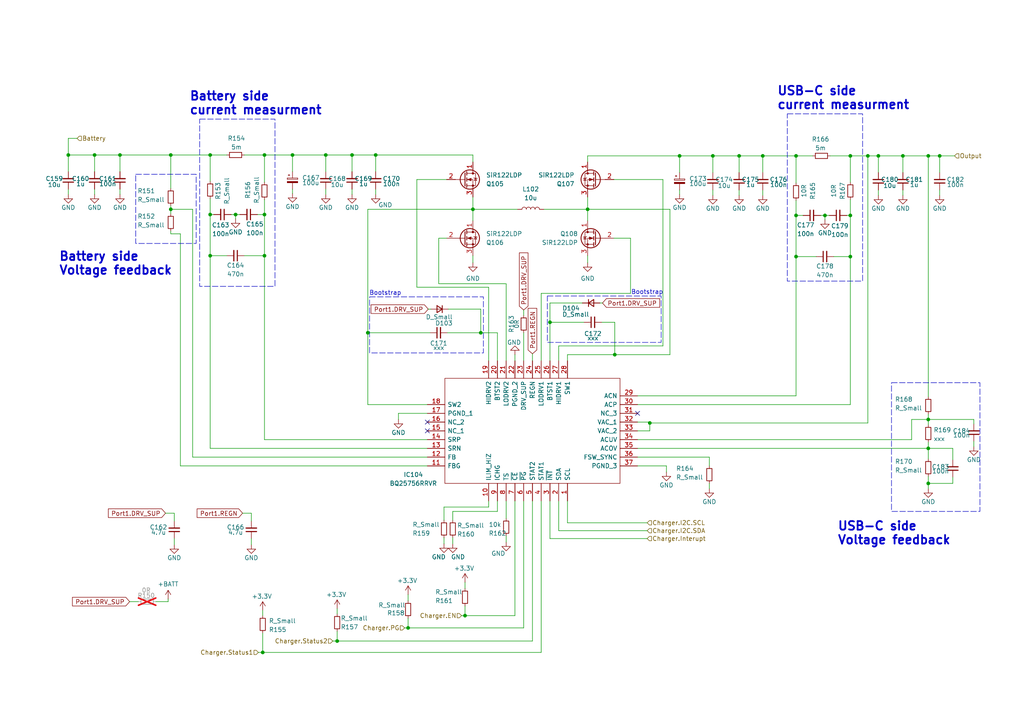
<source format=kicad_sch>
(kicad_sch (version 20231120) (generator "eeschema") (generator_version "8.0")
  (paper "A4")
  (lib_symbols
    (symbol "Device:C_Polarized_Small" (pin_numbers hide) (pin_names (offset 0.254) hide)
      (property "Reference" "C" (at 0.254 1.778 0))
      (property "Value" "C_Polarized_Small" (at 0.254 -2.032 0))
      (symbol "C_Polarized_Small_0_1"
        (rectangle (start -1.524 -0.3048) (end 1.524 -0.6858) (fill (type outline)))
        (rectangle (start -1.524 0.6858) (end 1.524 0.3048))
        (polyline (pts (xy -1.27 1.524) (xy -0.762 1.524)))
        (polyline (pts (xy -1.016 1.27) (xy -1.016 1.778)))
      )
      (symbol "C_Polarized_Small_1_1"
        (pin passive line (at 0 2.54 270) (length 1.8542) (name "~") (number "1"))
        (pin passive line (at 0 -2.54 90) (length 1.8542) (name "~") (number "2"))
      )
    )
    (symbol "Device:C_Small" (pin_numbers hide) (pin_names (offset 0.254) hide)
      (property "Reference" "C" (at 0.254 1.778 0))
      (property "Value" "C_Small" (at 0.254 -2.032 0))
      (symbol "C_Small_0_1"
        (polyline (pts (xy -1.524 -0.508) (xy 1.524 -0.508)) (stroke (width 0.3302)))
        (polyline (pts (xy -1.524 0.508) (xy 1.524 0.508)) (stroke (width 0.3048)))
      )
      (symbol "C_Small_1_1"
        (pin passive line (at 0 2.54 270) (length 2.032) (name "~") (number "1"))
        (pin passive line (at 0 -2.54 90) (length 2.032) (name "~") (number "2"))
      )
    )
    (symbol "Device:D_Small" (pin_numbers hide) (pin_names (offset 0.254) hide)
      (property "Reference" "D" (at -1.27 2.032 0))
      (property "Value" "D_Small" (at -3.81 -2.032 0))
      (symbol "D_Small_0_1"
        (polyline (pts (xy -0.762 -1.016) (xy -0.762 1.016)) (stroke (width 0.254)))
        (polyline (pts (xy -0.762 0) (xy 0.762 0)))
        (polyline (pts (xy 0.762 -1.016) (xy -0.762 0) (xy 0.762 1.016) (xy 0.762 -1.016)) (stroke (width 0.254)))
      )
      (symbol "D_Small_1_1"
        (pin passive line (at -2.54 0 0) (length 1.778) (name "K") (number "1"))
        (pin passive line (at 2.54 0 180) (length 1.778) (name "A") (number "2"))
      )
    )
    (symbol "Device:L" (pin_numbers hide) (pin_names (offset 1.016) hide)
      (property "Reference" "L" (at -1.27 0 90))
      (property "Value" "L" (at 1.905 0 90))
      (symbol "L_0_1"
        (arc (start 0 -2.54) (mid 0.6323 -1.905) (end 0 -1.27))
        (arc (start 0 -1.27) (mid 0.6323 -0.635) (end 0 0))
        (arc (start 0 0) (mid 0.6323 0.635) (end 0 1.27))
        (arc (start 0 1.27) (mid 0.6323 1.905) (end 0 2.54))
      )
      (symbol "L_1_1"
        (pin passive line (at 0 3.81 270) (length 1.27) (name "1") (number "1"))
        (pin passive line (at 0 -3.81 90) (length 1.27) (name "2") (number "2"))
      )
    )
    (symbol "Device:Q_NMOS_DGS" (pin_names (offset 0) hide)
      (property "Reference" "Q" (at 5.08 1.27 0))
      (property "Value" "Q_NMOS_DGS" (at 5.08 -1.27 0))
      (symbol "Q_NMOS_DGS_0_1"
        (polyline (pts (xy 0.254 0) (xy -2.54 0)))
        (polyline (pts (xy 0.254 1.905) (xy 0.254 -1.905)) (stroke (width 0.254)))
        (polyline (pts (xy 0.762 -1.27) (xy 0.762 -2.286)) (stroke (width 0.254)))
        (polyline (pts (xy 0.762 0.508) (xy 0.762 -0.508)) (stroke (width 0.254)))
        (polyline (pts (xy 0.762 2.286) (xy 0.762 1.27)) (stroke (width 0.254)))
        (polyline (pts (xy 2.54 2.54) (xy 2.54 1.778)))
        (polyline (pts (xy 2.54 -2.54) (xy 2.54 0) (xy 0.762 0)))
        (polyline (pts (xy 0.762 -1.778) (xy 3.302 -1.778) (xy 3.302 1.778) (xy 0.762 1.778)))
        (polyline (pts (xy 1.016 0) (xy 2.032 0.381) (xy 2.032 -0.381) (xy 1.016 0)) (fill (type outline)))
        (polyline (pts (xy 2.794 0.508) (xy 2.921 0.381) (xy 3.683 0.381) (xy 3.81 0.254)))
        (polyline (pts (xy 3.302 0.381) (xy 2.921 -0.254) (xy 3.683 -0.254) (xy 3.302 0.381)))
        (circle (center 1.651 0) (radius 2.794) (stroke (width 0.254)))
        (circle (center 2.54 -1.778) (radius 0.254) (fill (type outline)))
        (circle (center 2.54 1.778) (radius 0.254) (fill (type outline)))
      )
      (symbol "Q_NMOS_DGS_1_1"
        (pin passive line (at 2.54 5.08 270) (length 2.54) (name "D") (number "1"))
        (pin input line (at -5.08 0 0) (length 2.54) (name "G") (number "2"))
        (pin passive line (at 2.54 -5.08 90) (length 2.54) (name "S") (number "3"))
      )
    )
    (symbol "Device:R_Small" (pin_numbers hide) (pin_names (offset 0.254) hide)
      (property "Reference" "R" (at 0.762 0.508 0))
      (property "Value" "R_Small" (at 0.762 -1.016 0))
      (symbol "R_Small_0_1"
        (rectangle (start -0.762 1.778) (end 0.762 -1.778) (stroke (width 0.2032)))
      )
      (symbol "R_Small_1_1"
        (pin passive line (at 0 2.54 270) (length 0.762) (name "~") (number "1"))
        (pin passive line (at 0 -2.54 90) (length 0.762) (name "~") (number "2"))
      )
    )
    (symbol "SamacSys_Parts:BQ25756RRVR" (pin_names (offset 0.762))
      (property "Reference" "IC" (at 36.83 20.32 0))
      (property "Value" "BQ25756RRVR" (at 36.83 17.78 0))
      (symbol "BQ25756RRVR_0_0"
        (pin passive line (at 0 0 0) (length 5.08) (name "SCL") (number "1"))
        (pin passive line (at 0 -22.86 0) (length 5.08) (name "ILIM_HIZ") (number "10"))
        (pin passive line (at 10.16 -40.64 90) (length 5.08) (name "FBG") (number "11"))
        (pin passive line (at 12.7 -40.64 90) (length 5.08) (name "FB") (number "12"))
        (pin passive line (at 15.24 -40.64 90) (length 5.08) (name "SRN") (number "13"))
        (pin passive line (at 17.78 -40.64 90) (length 5.08) (name "SRP") (number "14"))
        (pin passive line (at 20.32 -40.64 90) (length 5.08) (name "NC_1") (number "15"))
        (pin passive line (at 22.86 -40.64 90) (length 5.08) (name "NC_2") (number "16"))
        (pin passive line (at 25.4 -40.64 90) (length 5.08) (name "PGND_1") (number "17"))
        (pin passive line (at 27.94 -40.64 90) (length 5.08) (name "SW2") (number "18"))
        (pin passive line (at 40.64 -22.86 180) (length 5.08) (name "HIDRV2") (number "19"))
        (pin passive line (at 0 -2.54 0) (length 5.08) (name "SDA") (number "2"))
        (pin passive line (at 40.64 -20.32 180) (length 5.08) (name "BTST2") (number "20"))
        (pin passive line (at 40.64 -17.78 180) (length 5.08) (name "LODRV2") (number "21"))
        (pin passive line (at 40.64 -15.24 180) (length 5.08) (name "PGND_2") (number "22"))
        (pin passive line (at 40.64 -12.7 180) (length 5.08) (name "DRV_SUP") (number "23"))
        (pin passive line (at 40.64 -10.16 180) (length 5.08) (name "REGN") (number "24"))
        (pin passive line (at 40.64 -7.62 180) (length 5.08) (name "LODRV1") (number "25"))
        (pin passive line (at 40.64 -5.08 180) (length 5.08) (name "BTST1") (number "26"))
        (pin passive line (at 40.64 -2.54 180) (length 5.08) (name "HIDRV1") (number "27"))
        (pin passive line (at 40.64 0 180) (length 5.08) (name "SW1") (number "28"))
        (pin passive line (at 30.48 20.32 270) (length 5.08) (name "ACN") (number "29"))
        (pin passive line (at 0 -5.08 0) (length 5.08) (name "~{INT}") (number "3"))
        (pin passive line (at 27.94 20.32 270) (length 5.08) (name "ACP") (number "30"))
        (pin passive line (at 25.4 20.32 270) (length 5.08) (name "NC_3") (number "31"))
        (pin passive line (at 22.86 20.32 270) (length 5.08) (name "VAC_1") (number "32"))
        (pin passive line (at 20.32 20.32 270) (length 5.08) (name "VAC_2") (number "33"))
        (pin passive line (at 17.78 20.32 270) (length 5.08) (name "ACUV") (number "34"))
        (pin passive line (at 15.24 20.32 270) (length 5.08) (name "ACOV") (number "35"))
        (pin passive line (at 12.7 20.32 270) (length 5.08) (name "FSW_SYNC") (number "36"))
        (pin passive line (at 10.16 20.32 270) (length 5.08) (name "PGND_3") (number "37"))
        (pin passive line (at 0 -7.62 0) (length 5.08) (name "STAT1") (number "4"))
        (pin passive line (at 0 -10.16 0) (length 5.08) (name "STAT2") (number "5"))
        (pin passive line (at 0 -12.7 0) (length 5.08) (name "~{PG}") (number "6"))
        (pin passive line (at 0 -15.24 0) (length 5.08) (name "~{CE}") (number "7"))
        (pin passive line (at 0 -17.78 0) (length 5.08) (name "TS") (number "8"))
        (pin passive line (at 0 -20.32 0) (length 5.08) (name "ICHG") (number "9"))
      )
      (symbol "BQ25756RRVR_0_1"
        (polyline (pts (xy 5.08 15.24) (xy 35.56 15.24) (xy 35.56 -35.56) (xy 5.08 -35.56) (xy 5.08 15.24)) (stroke (width 0.1524)))
      )
    )
    (symbol "power:+3.3V" (power) (pin_names (offset 0))
      (property "Value" "+3.3V" (at 0 3.556 0))
      (symbol "+3.3V_0_1"
        (polyline (pts (xy -0.762 1.27) (xy 0 2.54)))
        (polyline (pts (xy 0 0) (xy 0 2.54)))
        (polyline (pts (xy 0 2.54) (xy 0.762 1.27)))
      )
      (symbol "+3.3V_1_1"
        (pin power_in line (at 0 0 90) (length 0) hide (name "+3.3V") (number "1"))
      )
    )
    (symbol "power:+BATT" (power) (pin_numbers hide) (pin_names (offset 0) hide)
      (property "Value" "+BATT" (at 0 3.556 0))
      (symbol "+BATT_0_1"
        (polyline (pts (xy -0.762 1.27) (xy 0 2.54)))
        (polyline (pts (xy 0 0) (xy 0 2.54)))
        (polyline (pts (xy 0 2.54) (xy 0.762 1.27)))
      )
      (symbol "+BATT_1_1"
        (pin power_in line (at 0 0 90) (length 0) (name "~") (number "1"))
      )
    )
    (symbol "power:GND" (power) (pin_names (offset 0))
      (property "Value" "GND" (at 0 -3.81 0))
      (symbol "GND_0_1"
        (polyline (pts (xy 0 0) (xy 0 -1.27) (xy 1.27 -1.27) (xy 0 -2.54) (xy -1.27 -1.27) (xy 0 -1.27)))
      )
      (symbol "GND_1_1"
        (pin power_in line (at 0 0 270) (length 0) hide (name "GND") (number "1"))
      )
    )
  )
  (junction (at 230.886 45.212))
  (junction (at 60.96 62.23))
  (junction (at 221.234 45.212))
  (junction (at 97.79 185.928))
  (junction (at 106.68 96.52))
  (junction (at 68.326 62.23))
  (junction (at 76.708 62.23))
  (junction (at 60.96 44.958))
  (junction (at 269.24 130.048))
  (junction (at 178.308 102.87))
  (junction (at 76.2 189.23))
  (junction (at 137.16 60.706))
  (junction (at 269.24 121.666))
  (junction (at 60.96 74.168))
  (junction (at 188.468 122.682))
  (junction (at 76.708 74.168))
  (junction (at 139.446 96.52))
  (junction (at 254.762 45.212))
  (junction (at 19.812 44.958))
  (junction (at 197.104 45.212))
  (junction (at 230.886 62.484))
  (junction (at 49.53 44.958))
  (junction (at 272.542 45.212))
  (junction (at 84.836 44.958))
  (junction (at 246.634 45.212))
  (junction (at 27.432 44.958))
  (junction (at 206.756 45.212))
  (junction (at 159.512 93.472))
  (junction (at 134.874 178.562))
  (junction (at 246.634 74.422))
  (junction (at 108.966 44.958))
  (junction (at 102.108 44.958))
  (junction (at 170.434 60.706))
  (junction (at 118.364 182.118))
  (junction (at 269.24 140.208))
  (junction (at 49.53 60.706))
  (junction (at 94.488 44.958))
  (junction (at 214.376 45.212))
  (junction (at 251.714 45.212))
  (junction (at 269.24 45.212))
  (junction (at 246.634 62.484))
  (junction (at 239.268 62.484))
  (junction (at 230.886 74.422))
  (junction (at 34.798 44.958))
  (junction (at 76.708 44.958))
  (junction (at 261.874 45.212))
  (no_connect (at 123.952 122.428))
  (no_connect (at 184.912 119.888))
  (no_connect (at 123.952 124.968))
  (wire (pts (xy 84.836 49.784) (xy 84.836 44.958)))
  (wire (pts (xy 60.96 44.958) (xy 65.786 44.958)))
  (wire (pts (xy 49.53 44.958) (xy 60.96 44.958)))
  (wire (pts (xy 276.352 138.43) (xy 276.352 140.208)))
  (wire (pts (xy 49.53 44.958) (xy 49.53 54.61)))
  (wire (pts (xy 76.708 74.168) (xy 76.708 127.508)))
  (wire (pts (xy 170.434 57.15) (xy 170.434 60.706)))
  (wire (pts (xy 170.434 46.99) (xy 170.434 45.212)))
  (wire (pts (xy 60.96 74.168) (xy 60.96 130.048)))
  (wire (pts (xy 139.446 89.662) (xy 139.446 96.52)))
  (wire (pts (xy 261.874 45.212) (xy 269.24 45.212)))
  (wire (pts (xy 124.968 89.662) (xy 124.206 89.662)))
  (wire (pts (xy 128.778 147.066) (xy 128.778 150.876)))
  (wire (pts (xy 184.912 124.968) (xy 188.468 124.968)))
  (wire (pts (xy 72.898 156.21) (xy 72.898 157.988)))
  (wire (pts (xy 74.93 189.23) (xy 76.2 189.23)))
  (wire (pts (xy 97.79 185.928) (xy 154.432 185.928)))
  (wire (pts (xy 19.812 44.958) (xy 19.812 49.784)))
  (wire (pts (xy 269.24 121.666) (xy 282.448 121.666)))
  (wire (pts (xy 115.57 119.888) (xy 115.57 121.666)))
  (wire (pts (xy 197.104 50.038) (xy 197.104 45.212)))
  (wire (pts (xy 184.912 117.348) (xy 246.634 117.348)))
  (wire (pts (xy 239.268 62.484) (xy 237.998 62.484)))
  (wire (pts (xy 19.812 40.132) (xy 19.812 44.958)))
  (wire (pts (xy 192.278 52.07) (xy 178.054 52.07)))
  (wire (pts (xy 134.874 175.768) (xy 134.874 178.562)))
  (wire (pts (xy 241.808 74.422) (xy 246.634 74.422)))
  (wire (pts (xy 94.488 54.864) (xy 94.488 56.388)))
  (wire (pts (xy 264.414 121.666) (xy 269.24 121.666)))
  (wire (pts (xy 84.836 54.864) (xy 84.836 56.134)))
  (wire (pts (xy 34.798 54.864) (xy 34.798 56.388)))
  (wire (pts (xy 19.812 44.958) (xy 27.432 44.958)))
  (wire (pts (xy 214.376 55.118) (xy 214.376 56.642)))
  (wire (pts (xy 159.512 145.288) (xy 159.512 156.21)))
  (wire (pts (xy 269.24 140.208) (xy 269.24 141.732)))
  (wire (pts (xy 76.708 44.958) (xy 76.708 52.832)))
  (wire (pts (xy 55.88 132.588) (xy 123.952 132.588)))
  (wire (pts (xy 68.326 62.23) (xy 69.596 62.23)))
  (wire (pts (xy 164.592 102.87) (xy 178.308 102.87)))
  (wire (pts (xy 146.812 104.648) (xy 146.812 82.296)))
  (wire (pts (xy 131.318 155.956) (xy 131.318 157.734)))
  (wire (pts (xy 221.234 45.212) (xy 230.886 45.212)))
  (wire (pts (xy 141.732 147.066) (xy 141.732 145.288)))
  (wire (pts (xy 96.52 185.928) (xy 97.79 185.928)))
  (wire (pts (xy 139.446 96.52) (xy 144.272 96.52)))
  (wire (pts (xy 156.972 85.09) (xy 182.88 85.09)))
  (wire (pts (xy 193.294 135.128) (xy 193.294 136.906)))
  (wire (pts (xy 137.16 64.008) (xy 137.16 60.706)))
  (wire (pts (xy 134.874 168.91) (xy 134.874 170.688)))
  (wire (pts (xy 68.326 62.23) (xy 68.326 63.5)))
  (wire (pts (xy 76.2 183.642) (xy 76.2 189.23)))
  (wire (pts (xy 60.96 57.658) (xy 60.96 62.23)))
  (wire (pts (xy 146.812 155.448) (xy 146.812 157.226)))
  (wire (pts (xy 235.712 45.212) (xy 230.886 45.212)))
  (wire (pts (xy 269.24 115.062) (xy 269.24 45.212)))
  (wire (pts (xy 120.904 83.312) (xy 120.904 52.07)))
  (wire (pts (xy 97.79 176.53) (xy 97.79 178.054)))
  (wire (pts (xy 221.234 55.118) (xy 221.234 56.642)))
  (wire (pts (xy 184.912 130.048) (xy 269.24 130.048)))
  (wire (pts (xy 269.24 128.27) (xy 269.24 130.048)))
  (wire (pts (xy 128.778 147.066) (xy 141.732 147.066)))
  (wire (pts (xy 106.68 60.706) (xy 137.16 60.706)))
  (wire (pts (xy 141.732 83.312) (xy 141.732 104.648)))
  (wire (pts (xy 159.512 93.472) (xy 159.512 104.648)))
  (wire (pts (xy 76.708 62.23) (xy 76.708 74.168)))
  (wire (pts (xy 76.708 44.958) (xy 84.836 44.958)))
  (wire (pts (xy 246.634 74.422) (xy 246.634 117.348)))
  (wire (pts (xy 269.24 130.048) (xy 276.352 130.048)))
  (wire (pts (xy 60.96 62.23) (xy 60.96 74.168)))
  (wire (pts (xy 146.812 145.288) (xy 146.812 150.368)))
  (wire (pts (xy 137.16 44.958) (xy 137.16 46.99)))
  (wire (pts (xy 52.324 67.818) (xy 49.53 67.818)))
  (wire (pts (xy 184.912 122.428) (xy 188.468 122.428)))
  (wire (pts (xy 246.634 62.484) (xy 246.634 74.422)))
  (wire (pts (xy 118.364 182.118) (xy 151.892 182.118)))
  (wire (pts (xy 72.898 148.844) (xy 72.898 151.13)))
  (wire (pts (xy 156.972 145.288) (xy 156.972 189.23)))
  (wire (pts (xy 246.634 45.212) (xy 251.714 45.212)))
  (wire (pts (xy 94.488 44.958) (xy 102.108 44.958)))
  (wire (pts (xy 230.886 58.166) (xy 230.886 62.484)))
  (wire (pts (xy 170.434 64.008) (xy 170.434 60.706)))
  (wire (pts (xy 254.762 45.212) (xy 261.874 45.212)))
  (wire (pts (xy 269.24 120.142) (xy 269.24 121.666)))
  (wire (pts (xy 149.352 104.648) (xy 149.352 102.87)))
  (wire (pts (xy 27.432 54.864) (xy 27.432 56.388)))
  (wire (pts (xy 251.714 45.212) (xy 251.714 122.682)))
  (wire (pts (xy 246.634 45.212) (xy 240.792 45.212)))
  (wire (pts (xy 137.16 74.168) (xy 137.16 76.2)))
  (wire (pts (xy 162.052 153.924) (xy 187.706 153.924)))
  (wire (pts (xy 192.278 100.33) (xy 192.278 52.07)))
  (wire (pts (xy 194.31 102.87) (xy 194.31 60.706)))
  (wire (pts (xy 137.16 60.706) (xy 150.114 60.706)))
  (wire (pts (xy 230.886 45.212) (xy 230.886 53.086)))
  (wire (pts (xy 269.24 121.666) (xy 269.24 123.19)))
  (wire (pts (xy 269.24 138.176) (xy 269.24 140.208)))
  (wire (pts (xy 123.952 130.048) (xy 60.96 130.048)))
  (wire (pts (xy 123.952 119.888) (xy 115.57 119.888)))
  (wire (pts (xy 19.812 54.864) (xy 19.812 56.388)))
  (wire (pts (xy 123.952 117.348) (xy 106.68 117.348)))
  (wire (pts (xy 108.966 44.958) (xy 137.16 44.958)))
  (wire (pts (xy 34.798 44.958) (xy 49.53 44.958)))
  (wire (pts (xy 272.542 45.212) (xy 272.542 50.038)))
  (wire (pts (xy 205.74 140.208) (xy 205.74 141.732)))
  (wire (pts (xy 127.254 82.296) (xy 127.254 69.088)))
  (wire (pts (xy 76.708 127.508) (xy 123.952 127.508)))
  (wire (pts (xy 188.468 122.682) (xy 251.714 122.682)))
  (wire (pts (xy 49.53 60.706) (xy 49.53 61.976)))
  (wire (pts (xy 282.448 128.016) (xy 282.448 129.54)))
  (wire (pts (xy 178.308 93.472) (xy 178.308 102.87)))
  (wire (pts (xy 197.104 55.118) (xy 197.104 56.388)))
  (wire (pts (xy 159.512 87.884) (xy 159.512 93.472)))
  (wire (pts (xy 240.538 62.484) (xy 239.268 62.484)))
  (wire (pts (xy 154.432 145.288) (xy 154.432 185.928)))
  (wire (pts (xy 50.546 156.21) (xy 50.546 157.988)))
  (wire (pts (xy 137.16 57.15) (xy 137.16 60.706)))
  (wire (pts (xy 173.99 87.884) (xy 174.752 87.884)))
  (wire (pts (xy 61.976 62.23) (xy 60.96 62.23)))
  (wire (pts (xy 206.756 55.118) (xy 206.756 56.642)))
  (wire (pts (xy 276.352 140.208) (xy 269.24 140.208)))
  (wire (pts (xy 70.866 44.958) (xy 76.708 44.958)))
  (wire (pts (xy 164.592 104.648) (xy 164.592 102.87)))
  (wire (pts (xy 246.634 45.212) (xy 246.634 52.832)))
  (wire (pts (xy 194.31 60.706) (xy 170.434 60.706)))
  (wire (pts (xy 170.434 45.212) (xy 197.104 45.212)))
  (wire (pts (xy 74.676 62.23) (xy 76.708 62.23)))
  (wire (pts (xy 159.512 156.21) (xy 187.706 156.21)))
  (wire (pts (xy 84.836 44.958) (xy 94.488 44.958)))
  (wire (pts (xy 184.912 114.808) (xy 230.886 114.808)))
  (wire (pts (xy 27.432 44.958) (xy 34.798 44.958)))
  (wire (pts (xy 144.272 148.336) (xy 144.272 145.288)))
  (wire (pts (xy 151.892 96.52) (xy 151.892 104.648)))
  (wire (pts (xy 162.052 100.33) (xy 192.278 100.33)))
  (wire (pts (xy 206.756 45.212) (xy 214.376 45.212)))
  (wire (pts (xy 146.812 82.296) (xy 127.254 82.296)))
  (wire (pts (xy 134.874 178.562) (xy 149.352 178.562)))
  (wire (pts (xy 164.592 151.638) (xy 187.706 151.638)))
  (wire (pts (xy 127.254 69.088) (xy 129.54 69.088)))
  (wire (pts (xy 118.364 179.324) (xy 118.364 182.118)))
  (wire (pts (xy 151.892 89.916) (xy 151.892 91.44)))
  (wire (pts (xy 106.68 96.52) (xy 124.714 96.52)))
  (wire (pts (xy 102.108 44.958) (xy 108.966 44.958)))
  (wire (pts (xy 76.2 177.038) (xy 76.2 178.562)))
  (wire (pts (xy 205.74 132.588) (xy 205.74 135.128)))
  (wire (pts (xy 272.542 55.118) (xy 272.542 56.642)))
  (wire (pts (xy 65.786 74.168) (xy 60.96 74.168)))
  (wire (pts (xy 221.234 45.212) (xy 221.234 50.038)))
  (wire (pts (xy 282.448 121.666) (xy 282.448 122.936)))
  (wire (pts (xy 184.912 127.508) (xy 264.414 127.508)))
  (wire (pts (xy 188.468 122.682) (xy 188.468 122.428)))
  (wire (pts (xy 154.432 102.616) (xy 154.432 104.648)))
  (wire (pts (xy 246.634 57.912) (xy 246.634 62.484)))
  (wire (pts (xy 123.952 135.128) (xy 52.324 135.128)))
  (wire (pts (xy 197.104 45.212) (xy 206.756 45.212)))
  (wire (pts (xy 272.542 45.212) (xy 276.86 45.212)))
  (wire (pts (xy 131.318 148.336) (xy 131.318 150.876)))
  (wire (pts (xy 159.512 93.472) (xy 169.418 93.472)))
  (wire (pts (xy 276.352 130.048) (xy 276.352 133.35)))
  (wire (pts (xy 106.68 96.52) (xy 106.68 117.348)))
  (wire (pts (xy 37.592 174.498) (xy 40.132 174.498)))
  (wire (pts (xy 157.734 60.706) (xy 170.434 60.706)))
  (wire (pts (xy 128.778 155.956) (xy 128.778 157.734)))
  (wire (pts (xy 214.376 45.212) (xy 221.234 45.212)))
  (wire (pts (xy 48.006 148.844) (xy 50.546 148.844)))
  (wire (pts (xy 130.048 89.662) (xy 139.446 89.662)))
  (wire (pts (xy 55.88 60.706) (xy 55.88 132.588)))
  (wire (pts (xy 129.794 96.52) (xy 139.446 96.52)))
  (wire (pts (xy 239.268 62.484) (xy 239.268 63.754)))
  (wire (pts (xy 27.432 44.958) (xy 27.432 49.784)))
  (wire (pts (xy 76.708 57.912) (xy 76.708 62.23)))
  (wire (pts (xy 261.874 55.118) (xy 261.874 56.642)))
  (wire (pts (xy 184.912 132.588) (xy 205.74 132.588)))
  (wire (pts (xy 269.24 130.048) (xy 269.24 133.096)))
  (wire (pts (xy 162.052 104.648) (xy 162.052 100.33)))
  (wire (pts (xy 70.358 148.844) (xy 72.898 148.844)))
  (wire (pts (xy 70.866 74.168) (xy 76.708 74.168)))
  (wire (pts (xy 22.352 40.132) (xy 19.812 40.132)))
  (wire (pts (xy 118.364 172.466) (xy 118.364 174.244)))
  (wire (pts (xy 164.592 145.288) (xy 164.592 151.638)))
  (wire (pts (xy 182.88 69.088) (xy 178.054 69.088)))
  (wire (pts (xy 269.24 45.212) (xy 272.542 45.212)))
  (wire (pts (xy 206.756 45.212) (xy 206.756 50.038)))
  (wire (pts (xy 106.68 60.706) (xy 106.68 96.52)))
  (wire (pts (xy 49.53 59.69) (xy 49.53 60.706)))
  (wire (pts (xy 188.468 124.968) (xy 188.468 122.682)))
  (wire (pts (xy 67.056 62.23) (xy 68.326 62.23)))
  (wire (pts (xy 49.53 67.056) (xy 49.53 67.818)))
  (wire (pts (xy 170.434 74.168) (xy 170.434 76.2)))
  (wire (pts (xy 151.892 145.288) (xy 151.892 182.118)))
  (wire (pts (xy 174.498 93.472) (xy 178.308 93.472)))
  (wire (pts (xy 182.88 85.09) (xy 182.88 69.088)))
  (wire (pts (xy 102.108 54.864) (xy 102.108 56.388)))
  (wire (pts (xy 108.966 54.864) (xy 108.966 56.388)))
  (wire (pts (xy 184.912 135.128) (xy 193.294 135.128)))
  (wire (pts (xy 149.352 145.288) (xy 149.352 178.562)))
  (wire (pts (xy 108.966 44.958) (xy 108.966 49.784)))
  (wire (pts (xy 245.618 62.484) (xy 246.634 62.484)))
  (wire (pts (xy 236.728 74.422) (xy 230.886 74.422)))
  (wire (pts (xy 214.376 45.212) (xy 214.376 50.038)))
  (wire (pts (xy 117.348 182.118) (xy 118.364 182.118)))
  (wire (pts (xy 52.324 135.128) (xy 52.324 67.818)))
  (wire (pts (xy 230.886 62.484) (xy 230.886 74.422)))
  (wire (pts (xy 178.308 102.87) (xy 194.31 102.87)))
  (wire (pts (xy 230.886 74.422) (xy 230.886 114.808)))
  (wire (pts (xy 251.714 45.212) (xy 254.762 45.212)))
  (wire (pts (xy 45.212 174.498) (xy 48.768 174.498)))
  (wire (pts (xy 97.79 183.134) (xy 97.79 185.928)))
  (wire (pts (xy 94.488 44.958) (xy 94.488 49.784)))
  (wire (pts (xy 102.108 44.958) (xy 102.108 49.784)))
  (wire (pts (xy 156.972 104.648) (xy 156.972 85.09)))
  (wire (pts (xy 162.052 145.288) (xy 162.052 153.924)))
  (wire (pts (xy 261.874 45.212) (xy 261.874 50.038)))
  (wire (pts (xy 254.762 55.118) (xy 254.762 56.642)))
  (wire (pts (xy 49.53 60.706) (xy 55.88 60.706)))
  (wire (pts (xy 131.318 148.336) (xy 144.272 148.336)))
  (wire (pts (xy 48.768 173.736) (xy 48.768 174.498)))
  (wire (pts (xy 232.918 62.484) (xy 230.886 62.484)))
  (wire (pts (xy 144.272 104.648) (xy 144.272 96.52)))
  (wire (pts (xy 34.798 44.958) (xy 34.798 49.784)))
  (wire (pts (xy 156.972 189.23) (xy 76.2 189.23)))
  (wire (pts (xy 168.91 87.884) (xy 159.512 87.884)))
  (wire (pts (xy 120.904 52.07) (xy 129.54 52.07)))
  (wire (pts (xy 254.762 45.212) (xy 254.762 50.038)))
  (wire (pts (xy 141.732 83.312) (xy 120.904 83.312)))
  (wire (pts (xy 264.414 127.508) (xy 264.414 121.666)))
  (wire (pts (xy 60.96 44.958) (xy 60.96 52.578)))
  (wire (pts (xy 133.858 178.562) (xy 134.874 178.562)))
  (wire (pts (xy 50.546 148.844) (xy 50.546 151.13)))
  (rectangle (start 57.912 34.544) (end 79.756 83.058) (stroke (width 0) (type dash)))
  (rectangle (start 228.346 33.02) (end 250.19 81.534) (stroke (width 0) (type dash)))
  (rectangle (start 258.572 110.998) (end 284.226 148.336) (stroke (width 0) (type dash)))
  (rectangle (start 158.75 85.852) (end 191.77 99.314) (stroke (width 0) (type dash)))
  (rectangle (start 39.37 50.546) (end 56.896 70.612) (stroke (width 0) (type dash)))
  (rectangle (start 107.188 86.106) (end 140.208 102.362) (stroke (width 0) (type dash)))
  (text "Bootstrap\n" (at 111.76 85.09 0) (effects (font (size 1.27 1.27))))
  (text "USB-C side \ncurrent measurment" (at 225.298 32.004 0) (effects (font (size 2.5 2.5) (thickness 0.5) (bold yes)) (justify left bottom)))
  (text "Bootstrap\n" (at 187.706 84.836 0) (effects (font (size 1.27 1.27))))
  (text "Battery side \ncurrent measurment" (at 54.864 33.528 0) (effects (font (size 2.5 2.5) (thickness 0.5) (bold yes)) (justify left bottom)))
  (text "Battery side\nVoltage feedback\n" (at 17.018 80.01 0) (effects (font (size 2.5 2.5) (thickness 0.5) (bold yes)) (justify left bottom)))
  (text "USB-C side\nVoltage feedback\n" (at 242.824 158.242 0) (effects (font (size 2.5 2.5) (thickness 0.5) (bold yes)) (justify left bottom)))
  (global_label "Port1.DRV_SUP" (shape input) (at 48.006 148.844 180) (property "Intersheetrefs" "${INTERSHEET_REFS}" (effects (hide yes))))
  (global_label "Port1.DRV_SUP" (shape input) (at 174.752 87.884 0) (property "Intersheetrefs" "${INTERSHEET_REFS}" (effects (hide yes))))
  (global_label "Port1.DRV_SUP" (shape input) (at 124.206 89.662 180) (property "Intersheetrefs" "${INTERSHEET_REFS}" (effects (hide yes))))
  (global_label "Port1.DRV_SUP" (shape input) (at 151.892 89.916 90) (property "Intersheetrefs" "${INTERSHEET_REFS}" (effects (hide yes))))
  (global_label "Port1.REGN" (shape input) (at 154.432 102.616 90) (property "Intersheetrefs" "${INTERSHEET_REFS}" (effects (hide yes))))
  (global_label "Port1.REGN" (shape input) (at 70.358 148.844 180) (property "Intersheetrefs" "${INTERSHEET_REFS}" (effects (hide yes))))
  (global_label "Port1.DRV_SUP" (shape input) (at 37.592 174.498 180) (property "Intersheetrefs" "${INTERSHEET_REFS}" (effects (hide yes))))
  (hierarchical_label "Charger.Status1" (shape input) (at 74.93 189.23 180))
  (hierarchical_label "Charger.EN" (shape input) (at 133.858 178.562 180))
  (hierarchical_label "Output" (shape input) (at 276.86 45.212 0))
  (hierarchical_label "Battery" (shape input) (at 22.352 40.132 0))
  (hierarchical_label "Charger.I2C.SDA" (shape input) (at 187.706 153.924 0))
  (hierarchical_label "Charger.Interupt" (shape input) (at 187.706 156.21 0))
  (hierarchical_label "Charger.I2C.SCL" (shape input) (at 187.706 151.638 0))
  (hierarchical_label "Charger.PG" (shape input) (at 117.348 182.118 180))
  (hierarchical_label "Charger.Status2" (shape input) (at 96.52 185.928 180))
  (symbol (lib_id "power:GND") (at 84.836 56.134 0) (unit 1)
    (property "Reference" "#PWR0221" (effects (hide yes)))
    (property "Value" "GND" (at 84.836 59.944 0))
  )
  (symbol (lib_id "Device:C_Small") (at 102.108 52.324 180) (unit 1)
    (property "Reference" "C169" (at 105.41 51.816 0))
    (property "Value" "1u" (at 105.41 53.34 0))
    (property "Footprint" "Capacitor_SMD:C_0603_1608Metric" (effects (hide yes)))
  )
  (symbol (lib_id "power:GND") (at 206.756 56.642 0) (mirror y) (unit 1)
    (property "Reference" "#PWR0238" (effects (hide yes)))
    (property "Value" "GND" (at 206.756 60.452 0))
  )
  (symbol (lib_id "power:GND") (at 197.104 56.388 0) (unit 1)
    (property "Reference" "#PWR0236" (effects (hide yes)))
    (property "Value" "GND" (at 197.104 60.198 0))
  )
  (symbol (lib_id "Device:R_Small") (at 49.53 64.516 0) (unit 1)
    (property "Reference" "R152" (at 39.878 62.738 0) (effects (justify left)))
    (property "Value" "R_Small" (at 39.878 65.278 0) (effects (justify left)))
    (property "Footprint" "Resistor_SMD:R_0603_1608Metric" (effects (hide yes)))
  )
  (symbol (lib_id "power:GND") (at 261.874 56.642 0) (mirror y) (unit 1)
    (property "Reference" "#PWR0243" (effects (hide yes)))
    (property "Value" "GND" (at 261.874 60.452 0))
  )
  (symbol (lib_id "Device:C_Small") (at 272.542 52.578 180) (unit 1)
    (property "Reference" "C182" (at 277.114 52.07 0))
    (property "Value" "100n" (at 277.114 53.594 0))
    (property "Footprint" "Capacitor_SMD:C_0805_2012Metric" (effects (hide yes)))
  )
  (symbol (lib_id "power:GND") (at 108.966 56.388 0) (mirror y) (unit 1)
    (property "Reference" "#PWR0225" (effects (hide yes)))
    (property "Value" "GND" (at 111.76 59.436 0))
  )
  (symbol (lib_id "power:GND") (at 128.778 157.734 0) (unit 1)
    (property "Reference" "#PWR0228" (effects (hide yes)))
    (property "Value" "GND" (at 127.254 161.544 0))
  )
  (symbol (lib_id "power:+3.3V") (at 134.874 168.91 0) (unit 1)
    (property "Reference" "#PWR0230" (effects (hide yes)))
    (property "Value" "+3.3V" (at 134.62 164.846 0))
  )
  (symbol (lib_id "Device:Q_NMOS_DGS") (at 172.974 69.088 0) (mirror y) (unit 1)
    (property "Reference" "Q108" (at 167.64 67.8179 0) (effects (justify left)))
    (property "Value" "SiR122LDP" (at 167.64 70.3579 0) (effects (justify left)))
    (property "Footprint" "Package_SO:PowerPAK_SO-8_Single" (effects (hide yes)))
  )
  (symbol (lib_id "Device:C_Small") (at 127.254 96.52 90) (unit 1)
    (property "Reference" "C171" (at 127.254 99.568 90))
    (property "Value" "xxx" (at 127.254 100.838 90))
    (property "Footprint" "Capacitor_SMD:C_0603_1608Metric" (effects (hide yes)))
  )
  (symbol (lib_id "power:GND") (at 72.898 157.988 0) (mirror y) (unit 1)
    (property "Reference" "#PWR0219" (effects (hide yes)))
    (property "Value" "GND" (at 72.898 161.798 0))
  )
  (symbol (lib_id "Device:R_Small") (at 76.2 181.102 0) (unit 1)
    (property "Reference" "R155" (at 77.978 182.626 0) (effects (justify left)))
    (property "Value" "R_Small" (at 77.978 180.086 0) (effects (justify left)))
    (property "Footprint" "Resistor_SMD:R_0603_1608Metric" (effects (hide yes)))
  )
  (symbol (lib_id "Device:L") (at 153.924 60.706 90) (unit 1)
    (property "Reference" "L102" (at 153.924 54.864 90))
    (property "Value" "10u" (at 153.924 57.404 90))
    (property "Footprint" "Inductor_SMD:L_Coilcraft_XxL4040" (effects (hide yes)))
  )
  (symbol (lib_id "Device:C_Small") (at 239.268 74.422 90) (mirror x) (unit 1)
    (property "Reference" "C178" (at 239.268 77.216 90))
    (property "Value" "470n" (at 239.268 79.756 90))
    (property "Footprint" "Capacitor_SMD:C_0603_1608Metric" (effects (hide yes)))
  )
  (symbol (lib_id "power:GND") (at 193.294 136.906 0) (mirror y) (unit 1)
    (property "Reference" "#PWR0235" (effects (hide yes)))
    (property "Value" "GND" (at 193.294 140.716 0))
  )
  (symbol (lib_id "Device:R_Small") (at 146.812 152.908 0) (unit 1)
    (property "Reference" "R162" (at 141.732 154.686 0) (effects (justify left)))
    (property "Value" "10k" (at 141.732 152.146 0) (effects (justify left)))
    (property "Footprint" "Resistor_SMD:R_0603_1608Metric" (effects (hide yes)))
  )
  (symbol (lib_id "Device:C_Small") (at 282.448 125.476 180) (unit 1)
    (property "Reference" "C184" (at 278.892 124.968 0))
    (property "Value" "100n" (at 278.892 126.238 0))
    (property "Footprint" "Capacitor_SMD:C_0603_1608Metric" (effects (hide yes)))
  )
  (symbol (lib_id "Device:D_Small") (at 127.508 89.662 180) (unit 1)
    (property "Reference" "D103" (at 131.318 93.726 0) (effects (justify left)))
    (property "Value" "D_Small" (at 131.318 91.948 0) (effects (justify left)))
    (property "Footprint" "Diode_SMD:D_SOD-123" (effects (hide yes)))
    (property "Description" "Diode, small symbol" (effects (hide yes)))
    (property "Sim.Device" "D" (effects (hide yes)))
    (property "Sim.Pins" "1=K 2=A" (effects (hide yes)))
  )
  (symbol (lib_id "power:GND") (at 102.108 56.388 0) (mirror y) (unit 1)
    (property "Reference" "#PWR0224" (effects (hide yes)))
    (property "Value" "GND" (at 102.108 60.198 0))
  )
  (symbol (lib_id "Device:R_Small") (at 118.364 176.784 0) (unit 1)
    (property "Reference" "R158" (at 112.268 177.8 0) (effects (justify left)))
    (property "Value" "R_Small" (at 109.728 175.514 0) (effects (justify left)))
    (property "Footprint" "Resistor_SMD:R_0603_1608Metric" (effects (hide yes)))
  )
  (symbol (lib_id "power:GND") (at 131.318 157.734 0) (unit 1)
    (property "Reference" "#PWR0229" (effects (hide yes)))
    (property "Value" "GND" (at 132.842 161.544 0))
  )
  (symbol (lib_id "Device:C_Small") (at 261.874 52.578 180) (unit 1)
    (property "Reference" "C181" (at 265.176 52.07 0))
    (property "Value" "1u" (at 265.176 53.594 0))
    (property "Footprint" "Capacitor_SMD:C_0805_2012Metric" (effects (hide yes)))
  )
  (symbol (lib_id "Device:C_Small") (at 254.762 52.578 180) (unit 1)
    (property "Reference" "C180" (at 258.064 52.07 0))
    (property "Value" "10u" (at 258.064 53.848 0))
    (property "Footprint" "Capacitor_SMD:C_0805_2012Metric" (effects (hide yes)))
  )
  (symbol (lib_id "power:GND") (at 272.542 56.642 0) (mirror y) (unit 1)
    (property "Reference" "#PWR0245" (effects (hide yes)))
    (property "Value" "GND" (at 272.542 60.452 0))
  )
  (symbol (lib_id "power:GND") (at 269.24 141.732 0) (unit 1)
    (property "Reference" "#PWR0244" (effects (hide yes)))
    (property "Value" "GND" (at 269.24 145.542 0))
  )
  (symbol (lib_id "Device:C_Small") (at 72.898 153.67 180) (unit 1)
    (property "Reference" "C166" (at 68.326 152.908 0))
    (property "Value" "4.7u" (at 68.326 154.432 0))
    (property "Footprint" "Capacitor_SMD:C_0603_1608Metric" (effects (hide yes)))
  )
  (symbol (lib_id "Device:C_Small") (at 276.352 135.89 180) (unit 1)
    (property "Reference" "C183" (at 272.796 135.382 0))
    (property "Value" "100n" (at 272.796 136.652 0))
    (property "Footprint" "Capacitor_SMD:C_0603_1608Metric" (effects (hide yes)))
  )
  (symbol (lib_id "power:+BATT") (at 48.768 173.736 0) (unit 1)
    (property "Reference" "#PWR0216" (effects (hide yes)))
    (property "Value" "+BATT" (at 48.768 169.418 0))
    (property "Description" "Power symbol creates a global label with name \"+BATT\"" (effects (hide yes)))
  )
  (symbol (lib_id "Device:C_Small") (at 94.488 52.324 180) (unit 1)
    (property "Reference" "C168" (at 97.79 51.816 0))
    (property "Value" "10u" (at 97.79 53.594 0))
    (property "Footprint" "Capacitor_SMD:C_0603_1608Metric" (effects (hide yes)))
  )
  (symbol (lib_id "power:GND") (at 254.762 56.642 0) (mirror y) (unit 1)
    (property "Reference" "#PWR0242" (effects (hide yes)))
    (property "Value" "GND" (at 254.762 60.452 0))
  )
  (symbol (lib_id "power:GND") (at 27.432 56.388 0) (mirror y) (unit 1)
    (property "Reference" "#PWR0214" (effects (hide yes)))
    (property "Value" "GND" (at 27.432 60.198 0))
  )
  (symbol (lib_id "Device:C_Small") (at 206.756 52.578 180) (unit 1)
    (property "Reference" "C174" (at 210.058 52.07 0))
    (property "Value" "10u" (at 210.058 53.848 0))
    (property "Footprint" "Capacitor_SMD:C_0603_1608Metric" (effects (hide yes)))
  )
  (symbol (lib_id "Device:C_Small") (at 171.958 93.472 90) (unit 1)
    (property "Reference" "C172" (at 171.958 96.774 90))
    (property "Value" "xxx" (at 171.958 98.044 90))
    (property "Footprint" "Capacitor_SMD:C_0603_1608Metric" (effects (hide yes)))
  )
  (symbol (lib_id "Device:R_Small") (at 60.96 55.118 180) (unit 1)
    (property "Reference" "R153" (at 63.246 55.372 90))
    (property "Value" "R_Small" (at 65.786 55.372 90))
    (property "Footprint" "Resistor_SMD:R_0603_1608Metric" (effects (hide yes)))
  )
  (symbol (lib_id "Device:C_Small") (at 68.326 74.168 270) (unit 1)
    (property "Reference" "C164" (at 68.326 76.962 90))
    (property "Value" "470n" (at 68.326 79.502 90))
    (property "Footprint" "Capacitor_SMD:C_0603_1608Metric" (effects (hide yes)))
  )
  (symbol (lib_id "Device:R_Small") (at 205.74 137.668 0) (unit 1)
    (property "Reference" "R164" (at 196.088 135.89 0) (effects (justify left)))
    (property "Value" "R_Small" (at 196.088 138.43 0) (effects (justify left)))
    (property "Footprint" "Resistor_SMD:R_0603_1608Metric" (effects (hide yes)))
  )
  (symbol (lib_id "Device:C_Small") (at 221.234 52.578 180) (unit 1)
    (property "Reference" "C176" (at 225.806 52.07 0))
    (property "Value" "100n" (at 225.806 53.594 0))
    (property "Footprint" "Capacitor_SMD:C_0603_1608Metric" (effects (hide yes)))
  )
  (symbol (lib_id "power:GND") (at 205.74 141.732 0) (unit 1)
    (property "Reference" "#PWR0237" (effects (hide yes)))
    (property "Value" "GND" (at 205.74 145.542 0))
  )
  (symbol (lib_id "Device:R_Small") (at 97.79 180.594 0) (unit 1)
    (property "Reference" "R157" (at 98.806 181.864 0) (effects (justify left)))
    (property "Value" "R_Small" (at 98.806 179.324 0) (effects (justify left)))
    (property "Footprint" "Resistor_SMD:R_0603_1608Metric" (effects (hide yes)))
  )
  (symbol (lib_id "Device:C_Polarized_Small") (at 84.836 52.324 0) (unit 1)
    (property "Reference" "C167" (at 87.63 51.562 0) (effects (justify left)))
    (property "Value" "100u" (at 87.63 53.0478 0) (effects (justify left)))
    (property "Footprint" "Capacitor_SMD:CP_Elec_6.3x7.7" (effects (hide yes)))
  )
  (symbol (lib_id "Device:C_Small") (at 34.798 52.324 180) (unit 1)
    (property "Reference" "C161" (at 31.242 51.816 0))
    (property "Value" "100n" (at 31.242 53.34 0))
    (property "Footprint" "Capacitor_SMD:C_0603_1608Metric" (effects (hide yes)))
  )
  (symbol (lib_id "Device:R_Small") (at 76.708 55.372 180) (unit 1)
    (property "Reference" "R156" (at 71.882 55.118 90))
    (property "Value" "R_Small" (at 74.422 55.118 90))
    (property "Footprint" "Resistor_SMD:R_0603_1608Metric" (effects (hide yes)))
  )
  (symbol (lib_id "power:GND") (at 137.16 76.2 0) (unit 1)
    (property "Reference" "#PWR0231" (effects (hide yes)))
    (property "Value" "GND" (at 137.16 80.772 0))
  )
  (symbol (lib_id "Device:R_Small") (at 128.778 153.416 0) (unit 1)
    (property "Reference" "R159" (at 119.634 154.686 0) (effects (justify left)))
    (property "Value" "R_Small" (at 119.634 152.146 0) (effects (justify left)))
    (property "Footprint" "Resistor_SMD:R_0603_1608Metric" (effects (hide yes)))
  )
  (symbol (lib_id "power:+3.3V") (at 118.364 172.466 0) (unit 1)
    (property "Reference" "#PWR0227" (effects (hide yes)))
    (property "Value" "+3.3V" (at 118.11 168.402 0))
  )
  (symbol (lib_id "Device:C_Small") (at 108.966 52.324 180) (unit 1)
    (property "Reference" "C170" (at 113.538 51.816 0))
    (property "Value" "100n" (at 113.538 53.34 0))
    (property "Footprint" "Capacitor_SMD:C_0603_1608Metric" (effects (hide yes)))
  )
  (symbol (lib_id "power:GND") (at 149.352 102.87 180) (unit 1)
    (property "Reference" "#PWR0233" (effects (hide yes)))
    (property "Value" "GND" (at 149.098 99.314 0))
  )
  (symbol (lib_id "Device:C_Polarized_Small") (at 197.104 52.578 0) (unit 1)
    (property "Reference" "C173" (at 199.898 51.816 0) (effects (justify left)))
    (property "Value" "100u" (at 199.898 53.3018 0) (effects (justify left)))
    (property "Footprint" "Capacitor_SMD:CP_Elec_6.3x7.7" (effects (hide yes)))
  )
  (symbol (lib_id "Device:R_Small") (at 134.874 173.228 0) (unit 1)
    (property "Reference" "R161" (at 126.238 174.244 0) (effects (justify left)))
    (property "Value" "R_Small" (at 126.238 171.704 0) (effects (justify left)))
    (property "Footprint" "Resistor_SMD:R_0603_1608Metric" (effects (hide yes)))
  )
  (symbol (lib_id "power:GND") (at 239.268 63.754 0) (mirror y) (unit 1)
    (property "Reference" "#PWR0241" (effects (hide yes)))
    (property "Value" "GND" (at 239.268 67.564 0))
  )
  (symbol (lib_id "Device:R_Small") (at 49.53 57.15 0) (unit 1)
    (property "Reference" "R151" (at 39.878 55.372 0) (effects (justify left)))
    (property "Value" "R_Small" (at 39.878 57.912 0) (effects (justify left)))
    (property "Footprint" "Resistor_SMD:R_0603_1608Metric" (effects (hide yes)))
  )
  (symbol (lib_id "Device:Q_NMOS_DGS") (at 134.62 69.088 0) (unit 1)
    (property "Reference" "Q106" (at 140.97 70.358 0) (effects (justify left)))
    (property "Value" "SiR122LDP" (at 140.97 67.818 0) (effects (justify left)))
    (property "Footprint" "Package_SO:PowerPAK_SO-8_Single" (effects (hide yes)))
  )
  (symbol (lib_id "Device:R_Small") (at 269.24 125.73 0) (unit 1)
    (property "Reference" "R169" (at 270.764 124.714 0) (effects (justify left)))
    (property "Value" "xxx" (at 270.764 127.254 0) (effects (justify left)))
    (property "Footprint" "Resistor_SMD:R_0603_1608Metric" (effects (hide yes)))
  )
  (symbol (lib_id "power:GND") (at 221.234 56.642 0) (mirror y) (unit 1)
    (property "Reference" "#PWR0240" (effects (hide yes)))
    (property "Value" "GND" (at 221.234 60.452 0))
  )
  (symbol (lib_id "Device:C_Small") (at 50.546 153.67 180) (unit 1)
    (property "Reference" "C162" (at 45.974 152.908 0))
    (property "Value" "4.7u" (at 45.974 154.432 0))
    (property "Footprint" "Capacitor_SMD:C_0603_1608Metric" (effects (hide yes)))
  )
  (symbol (lib_id "Device:R_Small") (at 131.318 153.416 0) (unit 1)
    (property "Reference" "R160" (at 132.588 154.94 0) (effects (justify left)))
    (property "Value" "R_Small" (at 132.588 152.4 0) (effects (justify left)))
    (property "Footprint" "Resistor_SMD:R_0603_1608Metric" (effects (hide yes)))
  )
  (symbol (lib_id "power:GND") (at 170.434 76.2 0) (unit 1)
    (property "Reference" "#PWR0234" (effects (hide yes)))
    (property "Value" "GND" (at 170.434 80.772 0))
  )
  (symbol (lib_id "Device:R_Small") (at 230.886 55.626 0) (mirror x) (unit 1)
    (property "Reference" "R165" (at 235.712 55.372 90))
    (property "Value" "10R" (at 233.172 55.372 90))
    (property "Footprint" "Resistor_SMD:R_0603_1608Metric" (effects (hide yes)))
  )
  (symbol (lib_id "SamacSys_Parts:BQ25756RRVR") (at 164.592 145.288 270) (mirror x) (unit 1)
    (property "Reference" "IC104" (at 119.888 137.668 90))
    (property "Value" "BQ25756RRVR" (at 119.888 140.208 90))
    (property "Footprint" "QFN50P500X600X100-37N-D" (effects (hide yes)))
    (property "Datasheet" "https://www.ti.com.cn/cn/lit/ds/symlink/bq25756.pdf?ts=1699839190732&ref_url=https%253A%252F%252Fwww.ti.com.cn%252Fproduct%252Fcn%252FBQ25756" (effects (hide yes)))
    (property "Description" "Battery Management Stand-alone or IC controlled 70-V bidirectional buck-boost charge controller with MPPT 36-VQFN -40 to 85" (effects (hide yes)))
    (property "Height" "1" (effects (hide yes)))
    (property "Manufacturer_Name" "Texas Instruments" (effects (hide yes)))
    (property "Manufacturer_Part_Number" "BQ25756RRVR" (effects (hide yes)))
    (property "Mouser Part Number" "595-BQ25756RRVR" (effects (hide yes)))
    (property "Mouser Price/Stock" "https://www.mouser.co.uk/ProductDetail/Texas-Instruments/BQ25756RRVR?qs=HoCaDK9Nz5ckDWwb4xOATA%3D%3D" (effects (hide yes)))
    (property "Arrow Part Number" "BQ25756RRVR" (effects (hide yes)))
    (property "Arrow Price/Stock" "https://www.arrow.com/en/products/bq25756rrvr/texas-instruments?utm_currency=USD&region=nac" (effects (hide yes)))
  )
  (symbol (lib_id "power:GND") (at 68.326 63.5 0) (unit 1)
    (property "Reference" "#PWR0218" (effects (hide yes)))
    (property "Value" "GND" (at 68.326 67.31 0))
  )
  (symbol (lib_id "Device:C_Small") (at 72.136 62.23 270) (unit 1)
    (property "Reference" "C165" (at 73.914 65.024 90))
    (property "Value" "100n" (at 73.914 67.564 90))
    (property "Footprint" "Capacitor_SMD:C_0603_1608Metric" (effects (hide yes)))
  )
  (symbol (lib_id "power:GND") (at 115.57 121.666 0) (unit 1)
    (property "Reference" "#PWR0226" (effects (hide yes)))
    (property "Value" "GND" (at 115.57 125.476 0))
  )
  (symbol (lib_id "power:+3.3V") (at 97.79 176.53 0) (unit 1)
    (property "Reference" "#PWR0223" (effects (hide yes)))
    (property "Value" "+3.3V" (at 97.536 172.466 0))
  )
  (symbol (lib_id "Device:D_Small") (at 171.45 87.884 0) (unit 1)
    (property "Reference" "D104" (at 163.068 89.408 0) (effects (justify left)))
    (property "Value" "D_Small" (at 163.068 91.186 0) (effects (justify left)))
    (property "Footprint" "Diode_SMD:D_SOD-123" (effects (hide yes)))
    (property "Description" "Diode, small symbol" (effects (hide yes)))
    (property "Sim.Device" "D" (effects (hide yes)))
    (property "Sim.Pins" "1=K 2=A" (effects (hide yes)))
  )
  (symbol (lib_id "Device:R_Small") (at 269.24 135.636 0) (unit 1)
    (property "Reference" "R170" (at 259.588 133.858 0) (effects (justify left)))
    (property "Value" "R_Small" (at 259.588 136.398 0) (effects (justify left)))
    (property "Footprint" "Resistor_SMD:R_0603_1608Metric" (effects (hide yes)))
  )
  (symbol (lib_id "Device:C_Small") (at 214.376 52.578 180) (unit 1)
    (property "Reference" "C175" (at 217.678 52.07 0))
    (property "Value" "1u" (at 217.678 53.594 0))
    (property "Footprint" "Capacitor_SMD:C_0603_1608Metric" (effects (hide yes)))
  )
  (symbol (lib_id "Device:Q_NMOS_DGS") (at 134.62 52.07 0) (unit 1)
    (property "Reference" "Q105" (at 140.97 53.34 0) (effects (justify left)))
    (property "Value" "SiR122LDP" (at 140.97 50.8 0) (effects (justify left)))
    (property "Footprint" "Package_SO:PowerPAK_SO-8_Single" (effects (hide yes)))
  )
  (symbol (lib_id "Device:C_Small") (at 235.458 62.484 90) (mirror x) (unit 1)
    (property "Reference" "C177" (at 233.68 65.278 90))
    (property "Value" "100n" (at 233.68 67.818 90))
    (property "Footprint" "Capacitor_SMD:C_0603_1608Metric" (effects (hide yes)))
  )
  (symbol (lib_id "Device:Q_NMOS_DGS") (at 172.974 52.07 0) (mirror y) (unit 1)
    (property "Reference" "Q107" (at 166.624 53.34 0) (effects (justify left)))
    (property "Value" "SiR122LDP" (at 166.624 50.8 0) (effects (justify left)))
    (property "Footprint" "Package_SO:PowerPAK_SO-8_Single" (effects (hide yes)))
  )
  (symbol (lib_id "Device:C_Small") (at 243.078 62.484 90) (mirror x) (unit 1)
    (property "Reference" "C179" (at 243.586 65.532 90))
    (property "Value" "100n" (at 243.586 68.072 90))
    (property "Footprint" "Capacitor_SMD:C_0603_1608Metric" (effects (hide yes)))
  )
  (symbol (lib_id "Device:R_Small") (at 269.24 117.602 0) (unit 1)
    (property "Reference" "R168" (at 259.588 115.824 0) (effects (justify left)))
    (property "Value" "R_Small" (at 259.588 118.364 0) (effects (justify left)))
    (property "Footprint" "Resistor_SMD:R_0603_1608Metric" (effects (hide yes)))
  )
  (symbol (lib_id "power:GND") (at 94.488 56.388 0) (mirror y) (unit 1)
    (property "Reference" "#PWR0222" (effects (hide yes)))
    (property "Value" "GND" (at 94.488 60.198 0))
  )
  (symbol (lib_id "power:+3.3V") (at 76.2 177.038 0) (unit 1)
    (property "Reference" "#PWR0220" (effects (hide yes)))
    (property "Value" "+3.3V" (at 75.946 172.974 0))
  )
  (symbol (lib_id "Device:C_Small") (at 19.812 52.324 180) (unit 1)
    (property "Reference" "C159" (at 15.748 51.816 0))
    (property "Value" "10u" (at 15.748 53.594 0))
    (property "Footprint" "Capacitor_SMD:C_0603_1608Metric" (effects (hide yes)))
  )
  (symbol (lib_id "power:GND") (at 146.812 157.226 0) (unit 1)
    (property "Reference" "#PWR0232" (effects (hide yes)))
    (property "Value" "GND" (at 144.526 160.528 0))
  )
  (symbol (lib_id "power:GND") (at 34.798 56.388 0) (mirror y) (unit 1)
    (property "Reference" "#PWR0215" (effects (hide yes)))
    (property "Value" "GND" (at 34.798 60.198 0))
  )
  (symbol (lib_id "power:GND") (at 214.376 56.642 0) (mirror y) (unit 1)
    (property "Reference" "#PWR0239" (effects (hide yes)))
    (property "Value" "GND" (at 214.376 60.452 0))
  )
  (symbol (lib_id "power:GND") (at 50.546 157.988 0) (mirror y) (unit 1)
    (property "Reference" "#PWR0217" (effects (hide yes)))
    (property "Value" "GND" (at 50.546 161.798 0))
  )
  (symbol (lib_id "power:GND") (at 19.812 56.388 0) (mirror y) (unit 1)
    (property "Reference" "#PWR0213" (effects (hide yes)))
    (property "Value" "GND" (at 19.812 60.198 0))
  )
  (symbol (lib_id "Device:R_Small") (at 238.252 45.212 270) (mirror x) (unit 1)
    (property "Reference" "R166" (at 237.998 40.386 90))
    (property "Value" "5m" (at 237.998 42.926 90))
    (property "Footprint" "Resistor_SMD:R_2512_6332Metric" (effects (hide yes)))
  )
  (symbol (lib_id "power:GND") (at 282.448 129.54 0) (unit 1)
    (property "Reference" "#PWR0246" (effects (hide yes)))
    (property "Value" "GND" (at 282.448 133.35 0))
  )
  (symbol (lib_id "Device:R_Small") (at 246.634 55.372 0) (mirror x) (unit 1)
    (property "Reference" "R167" (at 244.348 55.372 90))
    (property "Value" "10R" (at 241.808 55.372 90))
    (property "Footprint" "Resistor_SMD:R_0603_1608Metric" (effects (hide yes)))
  )
  (symbol (lib_id "Device:C_Small") (at 64.516 62.23 270) (unit 1)
    (property "Reference" "C163" (at 64.008 65.278 90))
    (property "Value" "100n" (at 64.008 67.818 90))
    (property "Footprint" "Capacitor_SMD:C_0603_1608Metric" (effects (hide yes)))
  )
  (symbol (lib_id "Device:R_Small") (at 151.892 93.98 180) (unit 1)
    (property "Reference" "R163" (at 148.336 93.98 90))
    (property "Value" "0R" (at 149.86 93.98 90))
    (property "Footprint" "Resistor_SMD:R_0603_1608Metric" (effects (hide yes)))
  )
  (symbol (lib_id "Device:C_Small") (at 27.432 52.324 180) (unit 1)
    (property "Reference" "C160" (at 23.368 51.816 0))
    (property "Value" "1u" (at 23.368 53.34 0))
    (property "Footprint" "Capacitor_SMD:C_0603_1608Metric" (effects (hide yes)))
  )
  (symbol (lib_id "Device:R_Small") (at 68.326 44.958 90) (unit 1)
    (property "Reference" "R154" (at 68.58 40.132 90))
    (property "Value" "5m" (at 68.58 42.672 90))
    (property "Footprint" "Resistor_SMD:R_2512_6332Metric" (effects (hide yes)))
  )
  (symbol (lib_id "Device:R_Small") (at 42.672 174.498 270) (unit 1) (dnp yes)
    (property "Reference" "R150" (at 42.418 172.72 90))
    (property "Value" "0R" (at 42.418 171.196 90))
    (property "Footprint" "Resistor_SMD:R_0603_1608Metric" (effects (hide yes)))
  )
)
</source>
